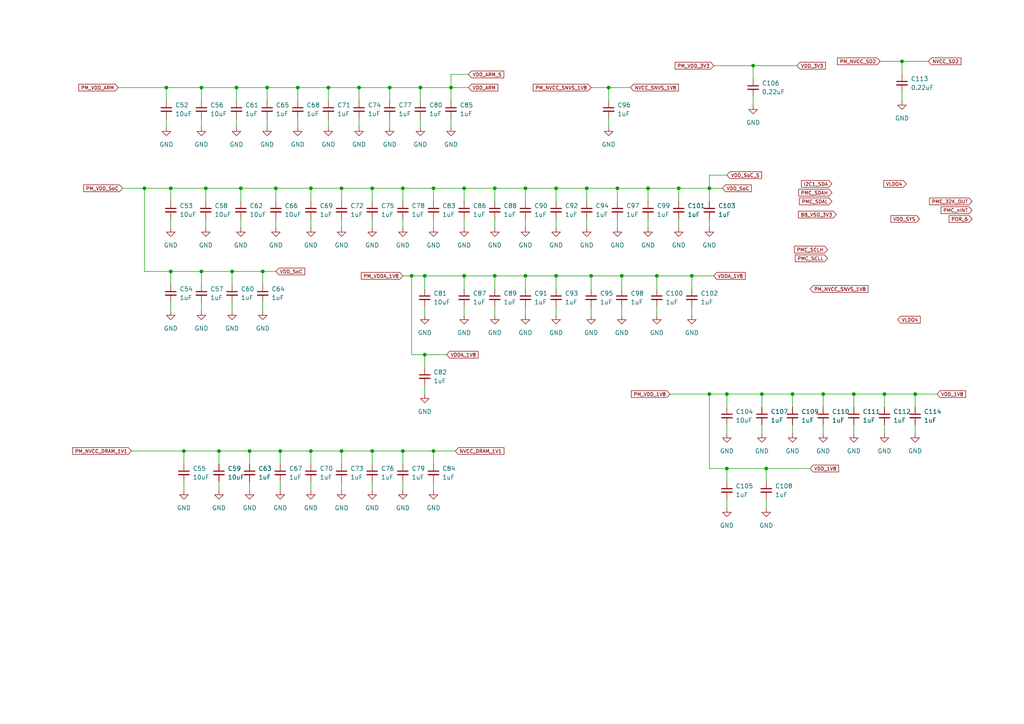
<source format=kicad_sch>
(kicad_sch (version 20231120) (generator "eeschema") (generator_version "8.0")
  (paper "A4")
  (lib_symbols
    (symbol "Device:C_Small" (pin_numbers hide) (pin_names (offset 0.254) hide)
      (property "Reference" "C" (at 0.254 1.778 0))
      (property "Value" "C_Small" (at 0.254 -2.032 0))
      (symbol "C_Small_0_1"
        (polyline (pts (xy -1.524 -0.508) (xy 1.524 -0.508)) (stroke (width 0.3302)))
        (polyline (pts (xy -1.524 0.508) (xy 1.524 0.508)) (stroke (width 0.3048)))
      )
      (symbol "C_Small_1_1"
        (pin passive line (at 0 2.54 270) (length 2.032) (name "~") (number "1"))
        (pin passive line (at 0 -2.54 90) (length 2.032) (name "~") (number "2"))
      )
    )
    (symbol "power:GND" (power) (pin_names (offset 0))
      (property "Value" "GND" (at 0 -3.81 0))
      (symbol "GND_0_1"
        (polyline (pts (xy 0 0) (xy 0 -1.27) (xy 1.27 -1.27) (xy 0 -2.54) (xy -1.27 -1.27) (xy 0 -1.27)))
      )
      (symbol "GND_1_1"
        (pin power_in line (at 0 0 270) (length 0) hide (name "GND") (number "1"))
      )
    )
  )
  (junction (at 81.28 130.81))
  (junction (at 113.03 25.4))
  (junction (at 180.34 80.01))
  (junction (at 220.98 114.3))
  (junction (at 152.4 80.01))
  (junction (at 116.84 54.61))
  (junction (at 104.14 25.4))
  (junction (at 41.91 54.61))
  (junction (at 143.51 54.61))
  (junction (at 116.84 130.81))
  (junction (at 53.34 130.81))
  (junction (at 123.19 80.01))
  (junction (at 176.53 25.4))
  (junction (at 58.42 25.4))
  (junction (at 69.85 54.61))
  (junction (at 171.45 80.01))
  (junction (at 187.96 54.61))
  (junction (at 59.69 54.61))
  (junction (at 95.25 25.4))
  (junction (at 121.92 25.4))
  (junction (at 210.82 135.89))
  (junction (at 196.85 54.61))
  (junction (at 99.06 54.61))
  (junction (at 229.87 114.3))
  (junction (at 80.01 54.61))
  (junction (at 90.17 54.61))
  (junction (at 143.51 80.01))
  (junction (at 125.73 130.81))
  (junction (at 90.17 130.81))
  (junction (at 190.5 80.01))
  (junction (at 170.18 54.61))
  (junction (at 48.26 25.4))
  (junction (at 256.54 114.3))
  (junction (at 210.82 114.3))
  (junction (at 134.62 80.01))
  (junction (at 107.95 130.81))
  (junction (at 125.73 54.61))
  (junction (at 49.53 78.74))
  (junction (at 238.76 114.3))
  (junction (at 218.44 19.05))
  (junction (at 161.29 54.61))
  (junction (at 247.65 114.3))
  (junction (at 68.58 25.4))
  (junction (at 49.53 54.61))
  (junction (at 86.36 25.4))
  (junction (at 72.39 130.81))
  (junction (at 58.42 78.74))
  (junction (at 265.43 114.3))
  (junction (at 179.07 54.61))
  (junction (at 134.62 54.61))
  (junction (at 261.62 17.78))
  (junction (at 222.25 135.89))
  (junction (at 205.74 114.3))
  (junction (at 205.74 54.61))
  (junction (at 77.47 25.4))
  (junction (at 119.38 80.01))
  (junction (at 99.06 130.81))
  (junction (at 107.95 54.61))
  (junction (at 161.29 80.01))
  (junction (at 130.81 25.4))
  (junction (at 63.5 130.81))
  (junction (at 67.31 78.74))
  (junction (at 152.4 54.61))
  (junction (at 123.19 102.87))
  (junction (at 200.66 80.01))
  (junction (at 76.2 78.74))
  (wire (pts (xy 205.74 63.5) (xy 205.74 66.04)))
  (wire (pts (xy 220.98 123.19) (xy 220.98 125.73)))
  (wire (pts (xy 238.76 114.3) (xy 247.65 114.3)))
  (wire (pts (xy 152.4 54.61) (xy 152.4 58.42)))
  (wire (pts (xy 143.51 80.01) (xy 143.51 83.82)))
  (wire (pts (xy 222.25 135.89) (xy 222.25 139.7)))
  (wire (pts (xy 161.29 88.9) (xy 161.29 91.44)))
  (wire (pts (xy 220.98 114.3) (xy 220.98 118.11)))
  (wire (pts (xy 222.25 144.78) (xy 222.25 147.32)))
  (wire (pts (xy 205.74 50.8) (xy 205.74 54.61)))
  (wire (pts (xy 180.34 80.01) (xy 190.5 80.01)))
  (wire (pts (xy 68.58 25.4) (xy 58.42 25.4)))
  (wire (pts (xy 72.39 130.81) (xy 63.5 130.81)))
  (wire (pts (xy 116.84 54.61) (xy 107.95 54.61)))
  (wire (pts (xy 116.84 139.7) (xy 116.84 142.24)))
  (wire (pts (xy 119.38 80.01) (xy 119.38 102.87)))
  (wire (pts (xy 68.58 34.29) (xy 68.58 36.83)))
  (wire (pts (xy 125.73 63.5) (xy 125.73 66.04)))
  (wire (pts (xy 63.5 130.81) (xy 63.5 134.62)))
  (wire (pts (xy 179.07 63.5) (xy 179.07 66.04)))
  (wire (pts (xy 238.76 114.3) (xy 238.76 118.11)))
  (wire (pts (xy 143.51 88.9) (xy 143.51 91.44)))
  (wire (pts (xy 170.18 54.61) (xy 170.18 58.42)))
  (wire (pts (xy 187.96 54.61) (xy 187.96 58.42)))
  (wire (pts (xy 265.43 123.19) (xy 265.43 125.73)))
  (wire (pts (xy 210.82 123.19) (xy 210.82 125.73)))
  (wire (pts (xy 256.54 114.3) (xy 265.43 114.3)))
  (wire (pts (xy 130.81 34.29) (xy 130.81 36.83)))
  (wire (pts (xy 161.29 63.5) (xy 161.29 66.04)))
  (wire (pts (xy 220.98 114.3) (xy 229.87 114.3)))
  (wire (pts (xy 143.51 54.61) (xy 143.51 58.42)))
  (wire (pts (xy 99.06 139.7) (xy 99.06 142.24)))
  (wire (pts (xy 90.17 63.5) (xy 90.17 66.04)))
  (wire (pts (xy 152.4 80.01) (xy 152.4 83.82)))
  (wire (pts (xy 176.53 34.29) (xy 176.53 36.83)))
  (wire (pts (xy 107.95 54.61) (xy 99.06 54.61)))
  (wire (pts (xy 152.4 88.9) (xy 152.4 91.44)))
  (wire (pts (xy 205.74 50.8) (xy 210.82 50.8)))
  (wire (pts (xy 238.76 123.19) (xy 238.76 125.73)))
  (wire (pts (xy 229.87 123.19) (xy 229.87 125.73)))
  (wire (pts (xy 125.73 130.81) (xy 125.73 134.62)))
  (wire (pts (xy 176.53 25.4) (xy 182.88 25.4)))
  (wire (pts (xy 107.95 63.5) (xy 107.95 66.04)))
  (wire (pts (xy 205.74 54.61) (xy 205.74 58.42)))
  (wire (pts (xy 90.17 139.7) (xy 90.17 142.24)))
  (wire (pts (xy 104.14 25.4) (xy 104.14 29.21)))
  (wire (pts (xy 130.81 25.4) (xy 135.89 25.4)))
  (wire (pts (xy 222.25 135.89) (xy 234.95 135.89)))
  (wire (pts (xy 247.65 114.3) (xy 256.54 114.3)))
  (wire (pts (xy 207.01 19.05) (xy 218.44 19.05)))
  (wire (pts (xy 81.28 130.81) (xy 72.39 130.81)))
  (wire (pts (xy 67.31 87.63) (xy 67.31 90.17)))
  (wire (pts (xy 161.29 54.61) (xy 152.4 54.61)))
  (wire (pts (xy 113.03 34.29) (xy 113.03 36.83)))
  (wire (pts (xy 196.85 54.61) (xy 196.85 58.42)))
  (wire (pts (xy 130.81 25.4) (xy 121.92 25.4)))
  (wire (pts (xy 121.92 25.4) (xy 121.92 29.21)))
  (wire (pts (xy 134.62 88.9) (xy 134.62 91.44)))
  (wire (pts (xy 125.73 54.61) (xy 116.84 54.61)))
  (wire (pts (xy 72.39 130.81) (xy 72.39 134.62)))
  (wire (pts (xy 99.06 54.61) (xy 90.17 54.61)))
  (wire (pts (xy 255.27 17.78) (xy 261.62 17.78)))
  (wire (pts (xy 69.85 54.61) (xy 69.85 58.42)))
  (wire (pts (xy 200.66 80.01) (xy 207.01 80.01)))
  (wire (pts (xy 58.42 87.63) (xy 58.42 90.17)))
  (wire (pts (xy 205.74 114.3) (xy 205.74 135.89)))
  (wire (pts (xy 125.73 54.61) (xy 125.73 58.42)))
  (wire (pts (xy 116.84 80.01) (xy 119.38 80.01)))
  (wire (pts (xy 116.84 130.81) (xy 107.95 130.81)))
  (wire (pts (xy 125.73 139.7) (xy 125.73 142.24)))
  (wire (pts (xy 53.34 130.81) (xy 53.34 134.62)))
  (wire (pts (xy 58.42 78.74) (xy 49.53 78.74)))
  (wire (pts (xy 38.1 130.81) (xy 53.34 130.81)))
  (wire (pts (xy 265.43 114.3) (xy 265.43 118.11)))
  (wire (pts (xy 59.69 63.5) (xy 59.69 66.04)))
  (wire (pts (xy 256.54 114.3) (xy 256.54 118.11)))
  (wire (pts (xy 76.2 78.74) (xy 80.01 78.74)))
  (wire (pts (xy 69.85 63.5) (xy 69.85 66.04)))
  (wire (pts (xy 205.74 114.3) (xy 210.82 114.3)))
  (wire (pts (xy 99.06 130.81) (xy 99.06 134.62)))
  (wire (pts (xy 170.18 63.5) (xy 170.18 66.04)))
  (wire (pts (xy 35.56 54.61) (xy 41.91 54.61)))
  (wire (pts (xy 104.14 34.29) (xy 104.14 36.83)))
  (wire (pts (xy 80.01 63.5) (xy 80.01 66.04)))
  (wire (pts (xy 107.95 139.7) (xy 107.95 142.24)))
  (wire (pts (xy 143.51 80.01) (xy 152.4 80.01)))
  (wire (pts (xy 205.74 54.61) (xy 209.55 54.61)))
  (wire (pts (xy 143.51 63.5) (xy 143.51 66.04)))
  (wire (pts (xy 76.2 78.74) (xy 76.2 82.55)))
  (wire (pts (xy 171.45 80.01) (xy 180.34 80.01)))
  (wire (pts (xy 187.96 54.61) (xy 179.07 54.61)))
  (wire (pts (xy 99.06 130.81) (xy 90.17 130.81)))
  (wire (pts (xy 218.44 19.05) (xy 218.44 22.86)))
  (wire (pts (xy 116.84 130.81) (xy 116.84 134.62)))
  (wire (pts (xy 86.36 25.4) (xy 86.36 29.21)))
  (wire (pts (xy 210.82 135.89) (xy 222.25 135.89)))
  (wire (pts (xy 58.42 25.4) (xy 58.42 29.21)))
  (wire (pts (xy 99.06 54.61) (xy 99.06 58.42)))
  (wire (pts (xy 205.74 54.61) (xy 196.85 54.61)))
  (wire (pts (xy 116.84 63.5) (xy 116.84 66.04)))
  (wire (pts (xy 152.4 80.01) (xy 161.29 80.01)))
  (wire (pts (xy 68.58 25.4) (xy 68.58 29.21)))
  (wire (pts (xy 130.81 25.4) (xy 130.81 29.21)))
  (wire (pts (xy 76.2 87.63) (xy 76.2 90.17)))
  (wire (pts (xy 194.31 114.3) (xy 205.74 114.3)))
  (wire (pts (xy 196.85 54.61) (xy 187.96 54.61)))
  (wire (pts (xy 116.84 54.61) (xy 116.84 58.42)))
  (wire (pts (xy 119.38 102.87) (xy 123.19 102.87)))
  (wire (pts (xy 265.43 114.3) (xy 271.78 114.3)))
  (wire (pts (xy 218.44 19.05) (xy 231.14 19.05)))
  (wire (pts (xy 261.62 17.78) (xy 269.24 17.78)))
  (wire (pts (xy 261.62 17.78) (xy 261.62 21.59)))
  (wire (pts (xy 119.38 80.01) (xy 123.19 80.01)))
  (wire (pts (xy 67.31 78.74) (xy 67.31 82.55)))
  (wire (pts (xy 200.66 80.01) (xy 200.66 83.82)))
  (wire (pts (xy 77.47 25.4) (xy 68.58 25.4)))
  (wire (pts (xy 210.82 114.3) (xy 220.98 114.3)))
  (wire (pts (xy 77.47 25.4) (xy 77.47 29.21)))
  (wire (pts (xy 90.17 54.61) (xy 90.17 58.42)))
  (wire (pts (xy 113.03 25.4) (xy 104.14 25.4)))
  (wire (pts (xy 190.5 80.01) (xy 190.5 83.82)))
  (wire (pts (xy 59.69 54.61) (xy 49.53 54.61)))
  (wire (pts (xy 90.17 130.81) (xy 81.28 130.81)))
  (wire (pts (xy 107.95 130.81) (xy 99.06 130.81)))
  (wire (pts (xy 161.29 54.61) (xy 161.29 58.42)))
  (wire (pts (xy 210.82 135.89) (xy 210.82 139.7)))
  (wire (pts (xy 53.34 139.7) (xy 53.34 142.24)))
  (wire (pts (xy 59.69 54.61) (xy 59.69 58.42)))
  (wire (pts (xy 58.42 25.4) (xy 48.26 25.4)))
  (wire (pts (xy 41.91 78.74) (xy 41.91 54.61)))
  (wire (pts (xy 81.28 130.81) (xy 81.28 134.62)))
  (wire (pts (xy 58.42 34.29) (xy 58.42 36.83)))
  (wire (pts (xy 107.95 54.61) (xy 107.95 58.42)))
  (wire (pts (xy 95.25 25.4) (xy 86.36 25.4)))
  (wire (pts (xy 187.96 63.5) (xy 187.96 66.04)))
  (wire (pts (xy 49.53 78.74) (xy 49.53 82.55)))
  (wire (pts (xy 69.85 54.61) (xy 59.69 54.61)))
  (wire (pts (xy 80.01 54.61) (xy 80.01 58.42)))
  (wire (pts (xy 134.62 63.5) (xy 134.62 66.04)))
  (wire (pts (xy 130.81 21.59) (xy 130.81 25.4)))
  (wire (pts (xy 123.19 102.87) (xy 129.54 102.87)))
  (wire (pts (xy 125.73 130.81) (xy 116.84 130.81)))
  (wire (pts (xy 48.26 34.29) (xy 48.26 36.83)))
  (wire (pts (xy 134.62 54.61) (xy 134.62 58.42)))
  (wire (pts (xy 34.29 25.4) (xy 48.26 25.4)))
  (wire (pts (xy 210.82 144.78) (xy 210.82 147.32)))
  (wire (pts (xy 123.19 80.01) (xy 123.19 83.82)))
  (wire (pts (xy 180.34 80.01) (xy 180.34 83.82)))
  (wire (pts (xy 152.4 54.61) (xy 143.51 54.61)))
  (wire (pts (xy 161.29 80.01) (xy 161.29 83.82)))
  (wire (pts (xy 49.53 87.63) (xy 49.53 90.17)))
  (wire (pts (xy 125.73 130.81) (xy 132.08 130.81)))
  (wire (pts (xy 229.87 114.3) (xy 238.76 114.3)))
  (wire (pts (xy 134.62 80.01) (xy 134.62 83.82)))
  (wire (pts (xy 123.19 88.9) (xy 123.19 91.44)))
  (wire (pts (xy 90.17 54.61) (xy 80.01 54.61)))
  (wire (pts (xy 123.19 102.87) (xy 123.19 106.68)))
  (wire (pts (xy 86.36 25.4) (xy 77.47 25.4)))
  (wire (pts (xy 179.07 54.61) (xy 179.07 58.42)))
  (wire (pts (xy 72.39 139.7) (xy 72.39 142.24)))
  (wire (pts (xy 121.92 34.29) (xy 121.92 36.83)))
  (wire (pts (xy 113.03 25.4) (xy 113.03 29.21)))
  (wire (pts (xy 196.85 63.5) (xy 196.85 66.04)))
  (wire (pts (xy 123.19 111.76) (xy 123.19 114.3)))
  (wire (pts (xy 190.5 88.9) (xy 190.5 91.44)))
  (wire (pts (xy 123.19 80.01) (xy 134.62 80.01)))
  (wire (pts (xy 143.51 54.61) (xy 134.62 54.61)))
  (wire (pts (xy 67.31 78.74) (xy 58.42 78.74)))
  (wire (pts (xy 130.81 21.59) (xy 135.89 21.59)))
  (wire (pts (xy 210.82 114.3) (xy 210.82 118.11)))
  (wire (pts (xy 76.2 78.74) (xy 67.31 78.74)))
  (wire (pts (xy 190.5 80.01) (xy 200.66 80.01)))
  (wire (pts (xy 49.53 78.74) (xy 41.91 78.74)))
  (wire (pts (xy 77.47 34.29) (xy 77.47 36.83)))
  (wire (pts (xy 107.95 130.81) (xy 107.95 134.62)))
  (wire (pts (xy 81.28 139.7) (xy 81.28 142.24)))
  (wire (pts (xy 205.74 135.89) (xy 210.82 135.89)))
  (wire (pts (xy 49.53 63.5) (xy 49.53 66.04)))
  (wire (pts (xy 41.91 54.61) (xy 49.53 54.61)))
  (wire (pts (xy 104.14 25.4) (xy 95.25 25.4)))
  (wire (pts (xy 63.5 139.7) (xy 63.5 142.24)))
  (wire (pts (xy 80.01 54.61) (xy 69.85 54.61)))
  (wire (pts (xy 180.34 88.9) (xy 180.34 91.44)))
  (wire (pts (xy 95.25 34.29) (xy 95.25 36.83)))
  (wire (pts (xy 170.18 54.61) (xy 161.29 54.61)))
  (wire (pts (xy 152.4 63.5) (xy 152.4 66.04)))
  (wire (pts (xy 179.07 54.61) (xy 170.18 54.61)))
  (wire (pts (xy 171.45 80.01) (xy 171.45 83.82)))
  (wire (pts (xy 90.17 130.81) (xy 90.17 134.62)))
  (wire (pts (xy 49.53 54.61) (xy 49.53 58.42)))
  (wire (pts (xy 171.45 25.4) (xy 176.53 25.4)))
  (wire (pts (xy 261.62 26.67) (xy 261.62 29.21)))
  (wire (pts (xy 247.65 123.19) (xy 247.65 125.73)))
  (wire (pts (xy 256.54 123.19) (xy 256.54 125.73)))
  (wire (pts (xy 161.29 80.01) (xy 171.45 80.01)))
  (wire (pts (xy 121.92 25.4) (xy 113.03 25.4)))
  (wire (pts (xy 86.36 34.29) (xy 86.36 36.83)))
  (wire (pts (xy 218.44 27.94) (xy 218.44 30.48)))
  (wire (pts (xy 48.26 25.4) (xy 48.26 29.21)))
  (wire (pts (xy 171.45 88.9) (xy 171.45 91.44)))
  (wire (pts (xy 229.87 114.3) (xy 229.87 118.11)))
  (wire (pts (xy 176.53 25.4) (xy 176.53 29.21)))
  (wire (pts (xy 247.65 114.3) (xy 247.65 118.11)))
  (wire (pts (xy 99.06 63.5) (xy 99.06 66.04)))
  (wire (pts (xy 200.66 88.9) (xy 200.66 91.44)))
  (wire (pts (xy 58.42 78.74) (xy 58.42 82.55)))
  (wire (pts (xy 134.62 80.01) (xy 143.51 80.01)))
  (wire (pts (xy 134.62 54.61) (xy 125.73 54.61)))
  (wire (pts (xy 63.5 130.81) (xy 53.34 130.81)))
  (wire (pts (xy 95.25 25.4) (xy 95.25 29.21)))
  (global_label "BB_VSD_3V3" (shape input) (at 242.57 62.23 180) (effects (font (size 1 1))) (property "Intersheetrefs" "${INTERSHEET_REFS}" (effects (hide yes))))
  (global_label "PM_NVCC_DRAM_1V1" (shape input) (at 38.1 130.81 180) (effects (font (size 1 1))) (property "Intersheetrefs" "${INTERSHEET_REFS}" (effects (hide yes))))
  (global_label "I2C1_SDA" (shape input) (at 241.3 53.34 180) (effects (font (size 1 1))) (property "Intersheetrefs" "${INTERSHEET_REFS}" (effects (hide yes))))
  (global_label "VLDO4" (shape input) (at 262.89 53.34 180) (effects (font (size 1 1))) (property "Intersheetrefs" "${INTERSHEET_REFS}" (effects (hide yes))))
  (global_label "VDD_SoC" (shape input) (at 209.55 54.61 0) (effects (font (size 1 1))) (property "Intersheetrefs" "${INTERSHEET_REFS}" (effects (hide yes))))
  (global_label "VDD_3V3" (shape input) (at 231.14 19.05 0) (effects (font (size 1 1))) (property "Intersheetrefs" "${INTERSHEET_REFS}" (effects (hide yes))))
  (global_label "PMC_SCLH" (shape input) (at 240.03 72.39 180) (effects (font (size 1 1))) (property "Intersheetrefs" "${INTERSHEET_REFS}" (effects (hide yes))))
  (global_label "PMC_SCLL" (shape input) (at 240.03 74.93 180) (effects (font (size 1 1))) (property "Intersheetrefs" "${INTERSHEET_REFS}" (effects (hide yes))))
  (global_label "VDD_1V8" (shape input) (at 271.78 114.3 0) (effects (font (size 1 1))) (property "Intersheetrefs" "${INTERSHEET_REFS}" (effects (hide yes))))
  (global_label "VDD_ARM_S" (shape input) (at 135.89 21.59 0) (effects (font (size 1 1))) (property "Intersheetrefs" "${INTERSHEET_REFS}" (effects (hide yes))))
  (global_label "NVCC_SD2" (shape input) (at 269.24 17.78 0) (effects (font (size 1 1))) (property "Intersheetrefs" "${INTERSHEET_REFS}" (effects (hide yes))))
  (global_label "VDD_SoC_S" (shape input) (at 210.82 50.8 0) (effects (font (size 1 1))) (property "Intersheetrefs" "${INTERSHEET_REFS}" (effects (hide yes))))
  (global_label "PM_VDD_SoC" (shape input) (at 35.56 54.61 180) (effects (font (size 1 1))) (property "Intersheetrefs" "${INTERSHEET_REFS}" (effects (hide yes))))
  (global_label "PMC_SDAH" (shape input) (at 241.3 55.88 180) (effects (font (size 1 1))) (property "Intersheetrefs" "${INTERSHEET_REFS}" (effects (hide yes))))
  (global_label "VDD_ARM" (shape input) (at 135.89 25.4 0) (effects (font (size 1 1))) (property "Intersheetrefs" "${INTERSHEET_REFS}" (effects (hide yes))))
  (global_label "POR_6" (shape input) (at 281.94 63.5 180) (effects (font (size 1 1))) (property "Intersheetrefs" "${INTERSHEET_REFS}" (effects (hide yes))))
  (global_label "VDDA_1V8" (shape input) (at 207.01 80.01 0) (effects (font (size 1 1))) (property "Intersheetrefs" "${INTERSHEET_REFS}" (effects (hide yes))))
  (global_label "VDD_1V8" (shape input) (at 234.95 135.89 0) (effects (font (size 1 1))) (property "Intersheetrefs" "${INTERSHEET_REFS}" (effects (hide yes))))
  (global_label "PM_VDD_ARM" (shape input) (at 34.29 25.4 180) (effects (font (size 1 1))) (property "Intersheetrefs" "${INTERSHEET_REFS}" (effects (hide yes))))
  (global_label "NVCC_DRAM_1V1" (shape input) (at 132.08 130.81 0) (effects (font (size 1 1))) (property "Intersheetrefs" "${INTERSHEET_REFS}" (effects (hide yes))))
  (global_label "PMC_32K_OUT" (shape input) (at 281.94 58.42 180) (effects (font (size 1 1))) (property "Intersheetrefs" "${INTERSHEET_REFS}" (effects (hide yes))))
  (global_label "PMC_SDAL" (shape input) (at 241.3 58.42 180) (effects (font (size 1 1))) (property "Intersheetrefs" "${INTERSHEET_REFS}" (effects (hide yes))))
  (global_label "PM_VDD_1V8" (shape input) (at 194.31 114.3 180) (effects (font (size 1 1))) (property "Intersheetrefs" "${INTERSHEET_REFS}" (effects (hide yes))))
  (global_label "PM_NVCC_SD2" (shape input) (at 255.27 17.78 180) (effects (font (size 1 1))) (property "Intersheetrefs" "${INTERSHEET_REFS}" (effects (hide yes))))
  (global_label "VDD_SoC" (shape input) (at 80.01 78.74 0) (effects (font (size 1 1))) (property "Intersheetrefs" "${INTERSHEET_REFS}" (effects (hide yes))))
  (global_label "PM_VDDA_1V8" (shape input) (at 116.84 80.01 180) (effects (font (size 1 1))) (property "Intersheetrefs" "${INTERSHEET_REFS}" (effects (hide yes))))
  (global_label "PMC_nINT" (shape input) (at 281.94 60.96 180) (effects (font (size 1 1))) (property "Intersheetrefs" "${INTERSHEET_REFS}" (effects (hide yes))))
  (global_label "PM_NVCC_SNVS_1V8" (shape input) (at 234.95 83.82 0) (effects (font (size 1 1))) (property "Intersheetrefs" "${INTERSHEET_REFS}" (effects (hide yes))))
  (global_label "PM_NVCC_SNVS_1V8" (shape input) (at 171.45 25.4 180) (effects (font (size 1 1))) (property "Intersheetrefs" "${INTERSHEET_REFS}" (effects (hide yes))))
  (global_label "VDD_SYS" (shape input) (at 266.7 63.5 180) (effects (font (size 1 1))) (property "Intersheetrefs" "${INTERSHEET_REFS}" (effects (hide yes))))
  (global_label "NVCC_SNVS_1V8" (shape input) (at 182.88 25.4 0) (effects (font (size 1 1))) (property "Intersheetrefs" "${INTERSHEET_REFS}" (effects (hide yes))))
  (global_label "VLDO4" (shape input) (at 260.35 92.71 0) (effects (font (size 1 1))) (property "Intersheetrefs" "${INTERSHEET_REFS}" (effects (hide yes))))
  (global_label "PM_VDD_3V3" (shape input) (at 207.01 19.05 180) (effects (font (size 1 1))) (property "Intersheetrefs" "${INTERSHEET_REFS}" (effects (hide yes))))
  (global_label "VDDA_1V8" (shape input) (at 129.54 102.87 0) (effects (font (size 1 1))) (property "Intersheetrefs" "${INTERSHEET_REFS}" (effects (hide yes))))
  (symbol (lib_id "Device:C_Small") (at 104.14 31.75 0) (mirror y) (unit 1)
    (property "Reference" "C74" (at 106.68 30.4863 0) (effects (justify right)))
    (property "Value" "1uF" (at 106.68 33.0263 0) (effects (justify right)))
    (property "Footprint" "Capacitor_SMD:C_0201_0603Metric_Pad0.64x0.40mm_HandSolder" (effects (hide yes)))
  )
  (symbol (lib_id "power:GND") (at 99.06 66.04 0) (unit 1)
    (property "Reference" "#PWR81" (effects (hide yes)))
    (property "Value" "GND" (at 99.06 71.12 0))
  )
  (symbol (lib_id "power:GND") (at 104.14 36.83 0) (unit 1)
    (property "Reference" "#PWR83" (effects (hide yes)))
    (property "Value" "GND" (at 104.14 41.91 0))
  )
  (symbol (lib_id "Device:C_Small") (at 190.5 86.36 0) (mirror y) (unit 1)
    (property "Reference" "C100" (at 193.04 85.0963 0) (effects (justify right)))
    (property "Value" "1uF" (at 193.04 87.6363 0) (effects (justify right)))
    (property "Footprint" "Capacitor_SMD:C_0201_0603Metric_Pad0.64x0.40mm_HandSolder" (effects (hide yes)))
  )
  (symbol (lib_id "Device:C_Small") (at 48.26 31.75 0) (mirror y) (unit 1)
    (property "Reference" "C52" (at 50.8 30.4863 0) (effects (justify right)))
    (property "Value" "10uF" (at 50.8 33.0263 0) (effects (justify right)))
    (property "Footprint" "Capacitor_SMD:C_0402_1005Metric" (effects (hide yes)))
  )
  (symbol (lib_id "Device:C_Small") (at 107.95 60.96 0) (mirror y) (unit 1)
    (property "Reference" "C75" (at 110.49 59.6963 0) (effects (justify right)))
    (property "Value" "1uF" (at 110.49 62.2363 0) (effects (justify right)))
    (property "Footprint" "Capacitor_SMD:C_0201_0603Metric_Pad0.64x0.40mm_HandSolder" (effects (hide yes)))
  )
  (symbol (lib_id "power:GND") (at 76.2 90.17 0) (unit 1)
    (property "Reference" "#PWR73" (effects (hide yes)))
    (property "Value" "GND" (at 76.2 95.25 0))
  )
  (symbol (lib_id "power:GND") (at 229.87 125.73 0) (unit 1)
    (property "Reference" "#PWR118" (effects (hide yes)))
    (property "Value" "GND" (at 229.87 130.81 0))
  )
  (symbol (lib_id "Device:C_Small") (at 152.4 60.96 0) (mirror y) (unit 1)
    (property "Reference" "C90" (at 154.94 59.6963 0) (effects (justify right)))
    (property "Value" "1uF" (at 154.94 62.2363 0) (effects (justify right)))
    (property "Footprint" "Capacitor_SMD:C_0201_0603Metric_Pad0.64x0.40mm_HandSolder" (effects (hide yes)))
  )
  (symbol (lib_id "power:GND") (at 49.53 90.17 0) (unit 1)
    (property "Reference" "#PWR63" (effects (hide yes)))
    (property "Value" "GND" (at 49.53 95.25 0))
  )
  (symbol (lib_id "Device:C_Small") (at 95.25 31.75 0) (mirror y) (unit 1)
    (property "Reference" "C71" (at 97.79 30.4863 0) (effects (justify right)))
    (property "Value" "1uF" (at 97.79 33.0263 0) (effects (justify right)))
    (property "Footprint" "Capacitor_SMD:C_0201_0603Metric_Pad0.64x0.40mm_HandSolder" (effects (hide yes)))
  )
  (symbol (lib_id "Device:C_Small") (at 68.58 31.75 0) (mirror y) (unit 1)
    (property "Reference" "C61" (at 71.12 30.4863 0) (effects (justify right)))
    (property "Value" "1uF" (at 71.12 33.0263 0) (effects (justify right)))
    (property "Footprint" "Capacitor_SMD:C_0201_0603Metric_Pad0.64x0.40mm_HandSolder" (effects (hide yes)))
  )
  (symbol (lib_id "Device:C_Small") (at 180.34 86.36 0) (mirror y) (unit 1)
    (property "Reference" "C98" (at 182.88 85.0963 0) (effects (justify right)))
    (property "Value" "1uF" (at 182.88 87.6363 0) (effects (justify right)))
    (property "Footprint" "Capacitor_SMD:C_0201_0603Metric_Pad0.64x0.40mm_HandSolder" (effects (hide yes)))
  )
  (symbol (lib_id "Device:C_Small") (at 77.47 31.75 0) (mirror y) (unit 1)
    (property "Reference" "C65" (at 80.01 30.4863 0) (effects (justify right)))
    (property "Value" "1uF" (at 80.01 33.0263 0) (effects (justify right)))
    (property "Footprint" "Capacitor_SMD:C_0201_0603Metric_Pad0.64x0.40mm_HandSolder" (effects (hide yes)))
  )
  (symbol (lib_id "power:GND") (at 77.47 36.83 0) (unit 1)
    (property "Reference" "#PWR74" (effects (hide yes)))
    (property "Value" "GND" (at 77.47 41.91 0))
  )
  (symbol (lib_id "power:GND") (at 179.07 66.04 0) (unit 1)
    (property "Reference" "#PWR106" (effects (hide yes)))
    (property "Value" "GND" (at 179.07 71.12 0))
  )
  (symbol (lib_id "power:GND") (at 205.74 66.04 0) (unit 1)
    (property "Reference" "#PWR112" (effects (hide yes)))
    (property "Value" "GND" (at 205.74 71.12 0))
  )
  (symbol (lib_id "power:GND") (at 116.84 66.04 0) (unit 1)
    (property "Reference" "#PWR87" (effects (hide yes)))
    (property "Value" "GND" (at 116.84 71.12 0))
  )
  (symbol (lib_id "Device:C_Small") (at 67.31 85.09 0) (mirror y) (unit 1)
    (property "Reference" "C60" (at 69.85 83.8263 0) (effects (justify right)))
    (property "Value" "1uF" (at 69.85 86.3663 0) (effects (justify right)))
    (property "Footprint" "Capacitor_SMD:C_0201_0603Metric_Pad0.64x0.40mm_HandSolder" (effects (hide yes)))
  )
  (symbol (lib_id "Device:C_Small") (at 116.84 60.96 0) (mirror y) (unit 1)
    (property "Reference" "C78" (at 119.38 59.6963 0) (effects (justify right)))
    (property "Value" "1uF" (at 119.38 62.2363 0) (effects (justify right)))
    (property "Footprint" "Capacitor_SMD:C_0201_0603Metric_Pad0.64x0.40mm_HandSolder" (effects (hide yes)))
  )
  (symbol (lib_id "Device:C_Small") (at 265.43 120.65 0) (mirror y) (unit 1)
    (property "Reference" "C114" (at 267.97 119.3863 0) (effects (justify right)))
    (property "Value" "1uF" (at 267.97 121.9263 0) (effects (justify right)))
    (property "Footprint" "Capacitor_SMD:C_0201_0603Metric_Pad0.64x0.40mm_HandSolder" (effects (hide yes)))
  )
  (symbol (lib_id "Device:C_Small") (at 58.42 85.09 0) (mirror y) (unit 1)
    (property "Reference" "C57" (at 60.96 83.8263 0) (effects (justify right)))
    (property "Value" "1uF" (at 60.96 86.3663 0) (effects (justify right)))
    (property "Footprint" "Capacitor_SMD:C_0201_0603Metric_Pad0.64x0.40mm_HandSolder" (effects (hide yes)))
  )
  (symbol (lib_id "power:GND") (at 170.18 66.04 0) (unit 1)
    (property "Reference" "#PWR103" (effects (hide yes)))
    (property "Value" "GND" (at 170.18 71.12 0))
  )
  (symbol (lib_id "power:GND") (at 86.36 36.83 0) (unit 1)
    (property "Reference" "#PWR77" (effects (hide yes)))
    (property "Value" "GND" (at 86.36 41.91 0))
  )
  (symbol (lib_id "Device:C_Small") (at 116.84 137.16 0) (mirror y) (unit 1)
    (property "Reference" "C79" (at 119.38 135.8963 0) (effects (justify right)))
    (property "Value" "1uF" (at 119.38 138.4363 0) (effects (justify right)))
    (property "Footprint" "Capacitor_SMD:C_0201_0603Metric_Pad0.64x0.40mm_HandSolder" (effects (hide yes)))
  )
  (symbol (lib_id "power:GND") (at 218.44 30.48 0) (unit 1)
    (property "Reference" "#PWR115" (effects (hide yes)))
    (property "Value" "GND" (at 218.44 35.56 0))
  )
  (symbol (lib_id "Device:C_Small") (at 99.06 137.16 0) (mirror y) (unit 1)
    (property "Reference" "C73" (at 101.6 135.8963 0) (effects (justify right)))
    (property "Value" "1uF" (at 101.6 138.4363 0) (effects (justify right)))
    (property "Footprint" "Capacitor_SMD:C_0201_0603Metric_Pad0.64x0.40mm_HandSolder" (effects (hide yes)))
  )
  (symbol (lib_id "power:GND") (at 107.95 66.04 0) (unit 1)
    (property "Reference" "#PWR84" (effects (hide yes)))
    (property "Value" "GND" (at 107.95 71.12 0))
  )
  (symbol (lib_id "power:GND") (at 200.66 91.44 0) (unit 1)
    (property "Reference" "#PWR111" (effects (hide yes)))
    (property "Value" "GND" (at 200.66 96.52 0))
  )
  (symbol (lib_id "Device:C_Small") (at 113.03 31.75 0) (mirror y) (unit 1)
    (property "Reference" "C77" (at 115.57 30.4863 0) (effects (justify right)))
    (property "Value" "1uF" (at 115.57 33.0263 0) (effects (justify right)))
    (property "Footprint" "Capacitor_SMD:C_0201_0603Metric_Pad0.64x0.40mm_HandSolder" (effects (hide yes)))
  )
  (symbol (lib_id "power:GND") (at 59.69 66.04 0) (unit 1)
    (property "Reference" "#PWR67" (effects (hide yes)))
    (property "Value" "GND" (at 59.69 71.12 0))
  )
  (symbol (lib_id "power:GND") (at 58.42 36.83 0) (unit 1)
    (property "Reference" "#PWR65" (effects (hide yes)))
    (property "Value" "GND" (at 58.42 41.91 0))
  )
  (symbol (lib_id "power:GND") (at 220.98 125.73 0) (unit 1)
    (property "Reference" "#PWR116" (effects (hide yes)))
    (property "Value" "GND" (at 220.98 130.81 0))
  )
  (symbol (lib_id "power:GND") (at 123.19 91.44 0) (unit 1)
    (property "Reference" "#PWR90" (effects (hide yes)))
    (property "Value" "GND" (at 123.19 96.52 0))
  )
  (symbol (lib_id "power:GND") (at 176.53 36.83 0) (unit 1)
    (property "Reference" "#PWR105" (effects (hide yes)))
    (property "Value" "GND" (at 176.53 41.91 0))
  )
  (symbol (lib_id "power:GND") (at 63.5 142.24 0) (unit 1)
    (property "Reference" "#PWR68" (effects (hide yes)))
    (property "Value" "GND" (at 63.5 147.32 0))
  )
  (symbol (lib_id "Device:C_Small") (at 123.19 86.36 0) (mirror y) (unit 1)
    (property "Reference" "C81" (at 125.73 85.0963 0) (effects (justify right)))
    (property "Value" "10uF" (at 125.73 87.6363 0) (effects (justify right)))
    (property "Footprint" "Capacitor_SMD:C_0402_1005Metric" (effects (hide yes)))
  )
  (symbol (lib_id "power:GND") (at 247.65 125.73 0) (unit 1)
    (property "Reference" "#PWR120" (effects (hide yes)))
    (property "Value" "GND" (at 247.65 130.81 0))
  )
  (symbol (lib_id "Device:C_Small") (at 121.92 31.75 0) (mirror y) (unit 1)
    (property "Reference" "C80" (at 124.46 30.4863 0) (effects (justify right)))
    (property "Value" "1uF" (at 124.46 33.0263 0) (effects (justify right)))
    (property "Footprint" "Capacitor_SMD:C_0201_0603Metric_Pad0.64x0.40mm_HandSolder" (effects (hide yes)))
  )
  (symbol (lib_id "Device:C_Small") (at 90.17 137.16 0) (mirror y) (unit 1)
    (property "Reference" "C70" (at 92.71 135.8963 0) (effects (justify right)))
    (property "Value" "1uF" (at 92.71 138.4363 0) (effects (justify right)))
    (property "Footprint" "Capacitor_SMD:C_0201_0603Metric_Pad0.64x0.40mm_HandSolder" (effects (hide yes)))
  )
  (symbol (lib_id "power:GND") (at 134.62 91.44 0) (unit 1)
    (property "Reference" "#PWR96" (effects (hide yes)))
    (property "Value" "GND" (at 134.62 96.52 0))
  )
  (symbol (lib_id "power:GND") (at 68.58 36.83 0) (unit 1)
    (property "Reference" "#PWR70" (effects (hide yes)))
    (property "Value" "GND" (at 68.58 41.91 0))
  )
  (symbol (lib_id "power:GND") (at 143.51 91.44 0) (unit 1)
    (property "Reference" "#PWR98" (effects (hide yes)))
    (property "Value" "GND" (at 143.51 96.52 0))
  )
  (symbol (lib_id "Device:C_Small") (at 152.4 86.36 0) (mirror y) (unit 1)
    (property "Reference" "C91" (at 154.94 85.0963 0) (effects (justify right)))
    (property "Value" "1uF" (at 154.94 87.6363 0) (effects (justify right)))
    (property "Footprint" "Capacitor_SMD:C_0201_0603Metric_Pad0.64x0.40mm_HandSolder" (effects (hide yes)))
  )
  (symbol (lib_id "power:GND") (at 99.06 142.24 0) (unit 1)
    (property "Reference" "#PWR82" (effects (hide yes)))
    (property "Value" "GND" (at 99.06 147.32 0))
  )
  (symbol (lib_id "power:GND") (at 48.26 36.83 0) (unit 1)
    (property "Reference" "#PWR61" (effects (hide yes)))
    (property "Value" "GND" (at 48.26 41.91 0))
  )
  (symbol (lib_id "Device:C_Small") (at 220.98 120.65 0) (mirror y) (unit 1)
    (property "Reference" "C107" (at 223.52 119.3863 0) (effects (justify right)))
    (property "Value" "1uF" (at 223.52 121.9263 0) (effects (justify right)))
    (property "Footprint" "Capacitor_SMD:C_0201_0603Metric_Pad0.64x0.40mm_HandSolder" (effects (hide yes)))
  )
  (symbol (lib_id "Device:C_Small") (at 161.29 60.96 0) (mirror y) (unit 1)
    (property "Reference" "C92" (at 163.83 59.6963 0) (effects (justify right)))
    (property "Value" "1uF" (at 163.83 62.2363 0) (effects (justify right)))
    (property "Footprint" "Capacitor_SMD:C_0201_0603Metric_Pad0.64x0.40mm_HandSolder" (effects (hide yes)))
  )
  (symbol (lib_id "Device:C_Small") (at 99.06 60.96 0) (mirror y) (unit 1)
    (property "Reference" "C72" (at 101.6 59.6963 0) (effects (justify right)))
    (property "Value" "1uF" (at 101.6 62.2363 0) (effects (justify right)))
    (property "Footprint" "Capacitor_SMD:C_0201_0603Metric_Pad0.64x0.40mm_HandSolder" (effects (hide yes)))
  )
  (symbol (lib_id "Device:C_Small") (at 49.53 60.96 0) (mirror y) (unit 1)
    (property "Reference" "C53" (at 52.07 59.6963 0) (effects (justify right)))
    (property "Value" "10uF" (at 52.07 62.2363 0) (effects (justify right)))
    (property "Footprint" "Capacitor_SMD:C_0402_1005Metric" (effects (hide yes)))
  )
  (symbol (lib_id "Device:C_Small") (at 59.69 60.96 0) (mirror y) (unit 1)
    (property "Reference" "C58" (at 62.23 59.6963 0) (effects (justify right)))
    (property "Value" "10uF" (at 62.23 62.2363 0) (effects (justify right)))
    (property "Footprint" "Capacitor_SMD:C_0402_1005Metric" (effects (hide yes)))
  )
  (symbol (lib_id "power:GND") (at 72.39 142.24 0) (unit 1)
    (property "Reference" "#PWR72" (effects (hide yes)))
    (property "Value" "GND" (at 72.39 147.32 0))
  )
  (symbol (lib_id "Device:C_Small") (at 179.07 60.96 0) (mirror y) (unit 1)
    (property "Reference" "C97" (at 181.61 59.6963 0) (effects (justify right)))
    (property "Value" "1uF" (at 181.61 62.2363 0) (effects (justify right)))
    (property "Footprint" "Capacitor_SMD:C_0201_0603Metric_Pad0.64x0.40mm_HandSolder" (effects (hide yes)))
  )
  (symbol (lib_id "Device:C_Small") (at 49.53 85.09 0) (mirror y) (unit 1)
    (property "Reference" "C54" (at 52.07 83.8263 0) (effects (justify right)))
    (property "Value" "1uF" (at 52.07 86.3663 0) (effects (justify right)))
    (property "Footprint" "Capacitor_SMD:C_0201_0603Metric_Pad0.64x0.40mm_HandSolder" (effects (hide yes)))
  )
  (symbol (lib_id "power:GND") (at 130.81 36.83 0) (unit 1)
    (property "Reference" "#PWR94" (effects (hide yes)))
    (property "Value" "GND" (at 130.81 41.91 0))
  )
  (symbol (lib_id "power:GND") (at 180.34 91.44 0) (unit 1)
    (property "Reference" "#PWR107" (effects (hide yes)))
    (property "Value" "GND" (at 180.34 96.52 0))
  )
  (symbol (lib_id "power:GND") (at 261.62 29.21 0) (unit 1)
    (property "Reference" "#PWR122" (effects (hide yes)))
    (property "Value" "GND" (at 261.62 34.29 0))
  )
  (symbol (lib_id "Device:C_Small") (at 218.44 25.4 0) (mirror y) (unit 1)
    (property "Reference" "C106" (at 220.98 24.1363 0) (effects (justify right)))
    (property "Value" "0.22uF" (at 220.98 26.6763 0) (effects (justify right)))
    (property "Footprint" "Capacitor_SMD:C_0201_0603Metric_Pad0.64x0.40mm_HandSolder" (effects (hide yes)))
  )
  (symbol (lib_id "power:GND") (at 90.17 66.04 0) (unit 1)
    (property "Reference" "#PWR78" (effects (hide yes)))
    (property "Value" "GND" (at 90.17 71.12 0))
  )
  (symbol (lib_id "Device:C_Small") (at 80.01 60.96 0) (mirror y) (unit 1)
    (property "Reference" "C66" (at 82.55 59.6963 0) (effects (justify right)))
    (property "Value" "10uF" (at 82.55 62.2363 0) (effects (justify right)))
    (property "Footprint" "Capacitor_SMD:C_0402_1005Metric" (effects (hide yes)))
  )
  (symbol (lib_id "Device:C_Small") (at 81.28 137.16 0) (mirror y) (unit 1)
    (property "Reference" "C67" (at 83.82 135.8963 0) (effects (justify right)))
    (property "Value" "1uF" (at 83.82 138.4363 0) (effects (justify right)))
    (property "Footprint" "Capacitor_SMD:C_0201_0603Metric_Pad0.64x0.40mm_HandSolder" (effects (hide yes)))
  )
  (symbol (lib_id "power:GND") (at 196.85 66.04 0) (unit 1)
    (property "Reference" "#PWR110" (effects (hide yes)))
    (property "Value" "GND" (at 196.85 71.12 0))
  )
  (symbol (lib_id "Device:C_Small") (at 72.39 137.16 0) (mirror y) (unit 1)
    (property "Reference" "C63" (at 74.93 135.8963 0) (effects (justify right)))
    (property "Value" "1uF" (at 74.93 138.4363 0) (effects (justify right)))
    (property "Footprint" "Capacitor_SMD:C_0201_0603Metric_Pad0.64x0.40mm_HandSolder" (effects (hide yes)))
  )
  (symbol (lib_id "Device:C_Small") (at 229.87 120.65 0) (mirror y) (unit 1)
    (property "Reference" "C109" (at 232.41 119.3863 0) (effects (justify right)))
    (property "Value" "1uF" (at 232.41 121.9263 0) (effects (justify right)))
    (property "Footprint" "Capacitor_SMD:C_0201_0603Metric_Pad0.64x0.40mm_HandSolder" (effects (hide yes)))
  )
  (symbol (lib_id "Device:C_Small") (at 187.96 60.96 0) (mirror y) (unit 1)
    (property "Reference" "C99" (at 190.5 59.6963 0) (effects (justify right)))
    (property "Value" "1uF" (at 190.5 62.2363 0) (effects (justify right)))
    (property "Footprint" "Capacitor_SMD:C_0201_0603Metric_Pad0.64x0.40mm_HandSolder" (effects (hide yes)))
  )
  (symbol (lib_id "Device:C_Small") (at 171.45 86.36 0) (mirror y) (unit 1)
    (property "Reference" "C95" (at 173.99 85.0963 0) (effects (justify right)))
    (property "Value" "1uF" (at 173.99 87.6363 0) (effects (justify right)))
    (property "Footprint" "Capacitor_SMD:C_0201_0603Metric_Pad0.64x0.40mm_HandSolder" (effects (hide yes)))
  )
  (symbol (lib_id "power:GND") (at 152.4 91.44 0) (unit 1)
    (property "Reference" "#PWR100" (effects (hide yes)))
    (property "Value" "GND" (at 152.4 96.52 0))
  )
  (symbol (lib_id "Device:C_Small") (at 134.62 86.36 0) (mirror y) (unit 1)
    (property "Reference" "C87" (at 137.16 85.0963 0) (effects (justify right)))
    (property "Value" "1uF" (at 137.16 87.6363 0) (effects (justify right)))
    (property "Footprint" "Capacitor_SMD:C_0201_0603Metric_Pad0.64x0.40mm_HandSolder" (effects (hide yes)))
  )
  (symbol (lib_id "Device:C_Small") (at 125.73 137.16 0) (mirror y) (unit 1)
    (property "Reference" "C84" (at 128.27 135.8963 0) (effects (justify right)))
    (property "Value" "1uF" (at 128.27 138.4363 0) (effects (justify right)))
    (property "Footprint" "Capacitor_SMD:C_0201_0603Metric_Pad0.64x0.40mm_HandSolder" (effects (hide yes)))
  )
  (symbol (lib_id "power:GND") (at 210.82 125.73 0) (unit 1)
    (property "Reference" "#PWR113" (effects (hide yes)))
    (property "Value" "GND" (at 210.82 130.81 0))
  )
  (symbol (lib_id "Device:C_Small") (at 176.53 31.75 0) (mirror y) (unit 1)
    (property "Reference" "C96" (at 179.07 30.4863 0) (effects (justify right)))
    (property "Value" "1uF" (at 179.07 33.0263 0) (effects (justify right)))
    (property "Footprint" "Capacitor_SMD:C_0201_0603Metric_Pad0.64x0.40mm_HandSolder" (effects (hide yes)))
  )
  (symbol (lib_id "power:GND") (at 161.29 66.04 0) (unit 1)
    (property "Reference" "#PWR101" (effects (hide yes)))
    (property "Value" "GND" (at 161.29 71.12 0))
  )
  (symbol (lib_id "Device:C_Small") (at 210.82 142.24 0) (mirror y) (unit 1)
    (property "Reference" "C105" (at 213.36 140.9763 0) (effects (justify right)))
    (property "Value" "1uF" (at 213.36 143.5163 0) (effects (justify right)))
    (property "Footprint" "Capacitor_SMD:C_0201_0603Metric_Pad0.64x0.40mm_HandSolder" (effects (hide yes)))
  )
  (symbol (lib_id "Device:C_Small") (at 200.66 86.36 0) (mirror y) (unit 1)
    (property "Reference" "C102" (at 203.2 85.0963 0) (effects (justify right)))
    (property "Value" "1uF" (at 203.2 87.6363 0) (effects (justify right)))
    (property "Footprint" "Capacitor_SMD:C_0201_0603Metric_Pad0.64x0.40mm_HandSolder" (effects (hide yes)))
  )
  (symbol (lib_id "power:GND") (at 53.34 142.24 0) (unit 1)
    (property "Reference" "#PWR64" (effects (hide yes)))
    (property "Value" "GND" (at 53.34 147.32 0))
  )
  (symbol (lib_id "Device:C_Small") (at 58.42 31.75 0) (mirror y) (unit 1)
    (property "Reference" "C56" (at 60.96 30.4863 0) (effects (justify right)))
    (property "Value" "10uF" (at 60.96 33.0263 0) (effects (justify right)))
    (property "Footprint" "Capacitor_SMD:C_0402_1005Metric" (effects (hide yes)))
  )
  (symbol (lib_id "power:GND") (at 125.73 66.04 0) (unit 1)
    (property "Reference" "#PWR92" (effects (hide yes)))
    (property "Value" "GND" (at 125.73 71.12 0))
  )
  (symbol (lib_id "power:GND") (at 210.82 147.32 0) (unit 1)
    (property "Reference" "#PWR114" (effects (hide yes)))
    (property "Value" "GND" (at 210.82 152.4 0))
  )
  (symbol (lib_id "power:GND") (at 49.53 66.04 0) (unit 1)
    (property "Reference" "#PWR62" (effects (hide yes)))
    (property "Value" "GND" (at 49.53 71.12 0))
  )
  (symbol (lib_id "power:GND") (at 190.5 91.44 0) (unit 1)
    (property "Reference" "#PWR109" (effects (hide yes)))
    (property "Value" "GND" (at 190.5 96.52 0))
  )
  (symbol (lib_id "Device:C_Small") (at 196.85 60.96 0) (mirror y) (unit 1)
    (property "Reference" "C101" (at 199.39 59.6963 0) (effects (justify right)))
    (property "Value" "1uF" (at 199.39 62.2363 0) (effects (justify right)))
    (property "Footprint" "Capacitor_SMD:C_0201_0603Metric_Pad0.64x0.40mm_HandSolder" (effects (hide yes)))
  )
  (symbol (lib_id "Device:C_Small") (at 90.17 60.96 0) (mirror y) (unit 1)
    (property "Reference" "C69" (at 92.71 59.6963 0) (effects (justify right)))
    (property "Value" "1uF" (at 92.71 62.2363 0) (effects (justify right)))
    (property "Footprint" "Capacitor_SMD:C_0201_0603Metric_Pad0.64x0.40mm_HandSolder" (effects (hide yes)))
  )
  (symbol (lib_id "Device:C_Small") (at 161.29 86.36 0) (mirror y) (unit 1)
    (property "Reference" "C93" (at 163.83 85.0963 0) (effects (justify right)))
    (property "Value" "1uF" (at 163.83 87.6363 0) (effects (justify right)))
    (property "Footprint" "Capacitor_SMD:C_0201_0603Metric_Pad0.64x0.40mm_HandSolder" (effects (hide yes)))
  )
  (symbol (lib_id "Device:C_Small") (at 256.54 120.65 0) (mirror y) (unit 1)
    (property "Reference" "C112" (at 259.08 119.3863 0) (effects (justify right)))
    (property "Value" "1uF" (at 259.08 121.9263 0) (effects (justify right)))
    (property "Footprint" "Capacitor_SMD:C_0201_0603Metric_Pad0.64x0.40mm_HandSolder" (effects (hide yes)))
  )
  (symbol (lib_id "power:GND") (at 187.96 66.04 0) (unit 1)
    (property "Reference" "#PWR108" (effects (hide yes)))
    (property "Value" "GND" (at 187.96 71.12 0))
  )
  (symbol (lib_id "power:GND") (at 113.03 36.83 0) (unit 1)
    (property "Reference" "#PWR86" (effects (hide yes)))
    (property "Value" "GND" (at 113.03 41.91 0))
  )
  (symbol (lib_id "power:GND") (at 125.73 142.24 0) (unit 1)
    (property "Reference" "#PWR93" (effects (hide yes)))
    (property "Value" "GND" (at 125.73 147.32 0))
  )
  (symbol (lib_id "Device:C_Small") (at 86.36 31.75 0) (mirror y) (unit 1)
    (property "Reference" "C68" (at 88.9 30.4863 0) (effects (justify right)))
    (property "Value" "1uF" (at 88.9 33.0263 0) (effects (justify right)))
    (property "Footprint" "Capacitor_SMD:C_0201_0603Metric_Pad0.64x0.40mm_HandSolder" (effects (hide yes)))
  )
  (symbol (lib_id "power:GND") (at 116.84 142.24 0) (unit 1)
    (property "Reference" "#PWR88" (effects (hide yes)))
    (property "Value" "GND" (at 116.84 147.32 0))
  )
  (symbol (lib_id "power:GND") (at 67.31 90.17 0) (unit 1)
    (property "Reference" "#PWR69" (effects (hide yes)))
    (property "Value" "GND" (at 67.31 95.25 0))
  )
  (symbol (lib_id "Device:C_Small") (at 247.65 120.65 0) (mirror y) (unit 1)
    (property "Reference" "C111" (at 250.19 119.3863 0) (effects (justify right)))
    (property "Value" "1uF" (at 250.19 121.9263 0) (effects (justify right)))
    (property "Footprint" "Capacitor_SMD:C_0201_0603Metric_Pad0.64x0.40mm_HandSolder" (effects (hide yes)))
  )
  (symbol (lib_id "Device:C_Small") (at 170.18 60.96 0) (mirror y) (unit 1)
    (property "Reference" "C94" (at 172.72 59.6963 0) (effects (justify right)))
    (property "Value" "1uF" (at 172.72 62.2363 0) (effects (justify right)))
    (property "Footprint" "Capacitor_SMD:C_0201_0603Metric_Pad0.64x0.40mm_HandSolder" (effects (hide yes)))
  )
  (symbol (lib_id "power:GND") (at 123.19 114.3 0) (unit 1)
    (property "Reference" "#PWR91" (effects (hide yes)))
    (property "Value" "GND" (at 123.19 119.38 0))
  )
  (symbol (lib_id "power:GND") (at 152.4 66.04 0) (unit 1)
    (property "Reference" "#PWR99" (effects (hide yes)))
    (property "Value" "GND" (at 152.4 71.12 0))
  )
  (symbol (lib_id "power:GND") (at 143.51 66.04 0) (unit 1)
    (property "Reference" "#PWR97" (effects (hide yes)))
    (property "Value" "GND" (at 143.51 71.12 0))
  )
  (symbol (lib_id "Device:C_Small") (at 63.5 137.16 0) (mirror y) (unit 1)
    (property "Reference" "C59" (at 66.04 135.8963 0) (effects (justify right)))
    (property "Value" "10uF" (at 66.04 138.4363 0) (effects (justify right)))
    (property "Footprint" "Capacitor_SMD:C_0402_1005Metric" (effects (hide yes)))
  )
  (symbol (lib_id "Device:C_Small") (at 205.74 60.96 0) (mirror y) (unit 1)
    (property "Reference" "C103" (at 208.28 59.6963 0) (effects (justify right)))
    (property "Value" "1uF" (at 208.28 62.2363 0) (effects (justify right)))
    (property "Footprint" "Capacitor_SMD:C_0201_0603Metric_Pad0.64x0.40mm_HandSolder" (effects (hide yes)))
  )
  (symbol (lib_id "power:GND") (at 95.25 36.83 0) (unit 1)
    (property "Reference" "#PWR80" (effects (hide yes)))
    (property "Value" "GND" (at 95.25 41.91 0))
  )
  (symbol (lib_id "power:GND") (at 238.76 125.73 0) (unit 1)
    (property "Reference" "#PWR119" (effects (hide yes)))
    (property "Value" "GND" (at 238.76 130.81 0))
  )
  (symbol (lib_id "Device:C_Small") (at 143.51 60.96 0) (mirror y) (unit 1)
    (property "Reference" "C88" (at 146.05 59.6963 0) (effects (justify right)))
    (property "Value" "1uF" (at 146.05 62.2363 0) (effects (justify right)))
    (property "Footprint" "Capacitor_SMD:C_0201_0603Metric_Pad0.64x0.40mm_HandSolder" (effects (hide yes)))
  )
  (symbol (lib_id "power:GND") (at 69.85 66.04 0) (unit 1)
    (property "Reference" "#PWR71" (effects (hide yes)))
    (property "Value" "GND" (at 69.85 71.12 0))
  )
  (symbol (lib_id "power:GND") (at 134.62 66.04 0) (unit 1)
    (property "Reference" "#PWR95" (effects (hide yes)))
    (property "Value" "GND" (at 134.62 71.12 0))
  )
  (symbol (lib_id "power:GND") (at 256.54 125.73 0) (unit 1)
    (property "Reference" "#PWR121" (effects (hide yes)))
    (property "Value" "GND" (at 256.54 130.81 0))
  )
  (symbol (lib_id "power:GND") (at 81.28 142.24 0) (unit 1)
    (property "Reference" "#PWR76" (effects (hide yes)))
    (property "Value" "GND" (at 81.28 147.32 0))
  )
  (symbol (lib_id "Device:C_Small") (at 210.82 120.65 0) (mirror y) (unit 1)
    (property "Reference" "C104" (at 213.36 119.3863 0) (effects (justify right)))
    (property "Value" "10uF" (at 213.36 121.9263 0) (effects (justify right)))
    (property "Footprint" "Capacitor_SMD:C_0402_1005Metric" (effects (hide yes)))
  )
  (symbol (lib_id "power:GND") (at 222.25 147.32 0) (unit 1)
    (property "Reference" "#PWR117" (effects (hide yes)))
    (property "Value" "GND" (at 222.25 152.4 0))
  )
  (symbol (lib_id "Device:C_Small") (at 261.62 24.13 0) (mirror y) (unit 1)
    (property "Reference" "C113" (at 264.16 22.8663 0) (effects (justify right)))
    (property "Value" "0.22uF" (at 264.16 25.4063 0) (effects (justify right)))
    (property "Footprint" "Capacitor_SMD:C_0201_0603Metric_Pad0.64x0.40mm_HandSolder" (effects (hide yes)))
  )
  (symbol (lib_id "Device:C_Small") (at 134.62 60.96 0) (mirror y) (unit 1)
    (property "Reference" "C86" (at 137.16 59.6963 0) (effects (justify right)))
    (property "Value" "1uF" (at 137.16 62.2363 0) (effects (justify right)))
    (property "Footprint" "Capacitor_SMD:C_0201_0603Metric_Pad0.64x0.40mm_HandSolder" (effects (hide yes)))
  )
  (symbol (lib_id "Device:C_Small") (at 125.73 60.96 0) (mirror y) (unit 1)
    (property "Reference" "C83" (at 128.27 59.6963 0) (effects (justify right)))
    (property "Value" "1uF" (at 128.27 62.2363 0) (effects (justify right)))
    (property "Footprint" "Capacitor_SMD:C_0201_0603Metric_Pad0.64x0.40mm_HandSolder" (effects (hide yes)))
  )
  (symbol (lib_id "power:GND") (at 107.95 142.24 0) (unit 1)
    (property "Reference" "#PWR85" (effects (hide yes)))
    (property "Value" "GND" (at 107.95 147.32 0))
  )
  (symbol (lib_id "power:GND") (at 265.43 125.73 0) (unit 1)
    (property "Reference" "#PWR123" (effects (hide yes)))
    (property "Value" "GND" (at 265.43 130.81 0))
  )
  (symbol (lib_id "power:GND") (at 80.01 66.04 0) (unit 1)
    (property "Reference" "#PWR75" (effects (hide yes)))
    (property "Value" "GND" (at 80.01 71.12 0))
  )
  (symbol (lib_id "Device:C_Small") (at 222.25 142.24 0) (mirror y) (unit 1)
    (property "Reference" "C108" (at 224.79 140.9763 0) (effects (justify right)))
    (property "Value" "1uF" (at 224.79 143.5163 0) (effects (justify right)))
    (property "Footprint" "Capacitor_SMD:C_0201_0603Metric_Pad0.64x0.40mm_HandSolder" (effects (hide yes)))
  )
  (symbol (lib_id "power:GND") (at 121.92 36.83 0) (unit 1)
    (property "Reference" "#PWR89" (effects (hide yes)))
    (property "Value" "GND" (at 121.92 41.91 0))
  )
  (symbol (lib_id "Device:C_Small") (at 143.51 86.36 0) (mirror y) (unit 1)
    (property "Reference" "C89" (at 146.05 85.0963 0) (effects (justify right)))
    (property "Value" "1uF" (at 146.05 87.6363 0) (effects (justify right)))
    (property "Footprint" "Capacitor_SMD:C_0201_0603Metric_Pad0.64x0.40mm_HandSolder" (effects (hide yes)))
  )
  (symbol (lib_id "power:GND") (at 171.45 91.44 0) (unit 1)
    (property "Reference" "#PWR104" (effects (hide yes)))
    (property "Value" "GND" (at 171.45 96.52 0))
  )
  (symbol (lib_id "Device:C_Small") (at 76.2 85.09 0) (mirror y) (unit 1)
    (property "Reference" "C64" (at 78.74 83.8263 0) (effects (justify right)))
    (property "Value" "1uF" (at 78.74 86.3663 0) (effects (justify right)))
    (property "Footprint" "Capacitor_SMD:C_0201_0603Metric_Pad0.64x0.40mm_HandSolder" (effects (hide yes)))
  )
  (symbol (lib_id "Device:C_Small") (at 130.81 31.75 0) (mirror y) (unit 1)
    (property "Reference" "C85" (at 133.35 30.4863 0) (effects (justify right)))
    (property "Value" "1uF" (at 133.35 33.0263 0) (effects (justify right)))
    (property "Footprint" "Capacitor_SMD:C_0201_0603Metric_Pad0.64x0.40mm_HandSolder" (effects (hide yes)))
  )
  (symbol (lib_id "Device:C_Small") (at 53.34 137.16 0) (mirror y) (unit 1)
    (property "Reference" "C55" (at 55.88 135.8963 0) (effects (justify right)))
    (property "Value" "10uF" (at 55.88 138.4363 0) (effects (justify right)))
    (property "Footprint" "Capacitor_SMD:C_0402_1005Metric" (effects (hide yes)))
  )
  (symbol (lib_id "power:GND") (at 58.42 90.17 0) (unit 1)
    (property "Reference" "#PWR66" (effects (hide yes)))
    (property "Value" "GND" (at 58.42 95.25 0))
  )
  (symbol (lib_id "power:GND") (at 90.17 142.24 0) (unit 1)
    (property "Reference" "#PWR79" (effects (hide yes)))
    (property "Value" "GND" (at 90.17 147.32 0))
  )
  (symbol (lib_id "power:GND") (at 161.29 91.44 0) (unit 1)
    (property "Reference" "#PWR102" (effects (hide yes)))
    (property "Value" "GND" (at 161.29 96.52 0))
  )
  (symbol (lib_id "Device:C_Small") (at 238.76 120.65 0) (mirror y) (unit 1)
    (property "Reference" "C110" (at 241.3 119.3863 0) (effects (justify right)))
    (property "Value" "1uF" (at 241.3 121.9263 0) (effects (justify right)))
    (property "Footprint" "Capacitor_SMD:C_0201_0603Metric_Pad0.64x0.40mm_HandSolder" (effects (hide yes)))
  )
  (symbol (lib_id "Device:C_Small") (at 123.19 109.22 0) (mirror y) (unit 1)
    (property "Reference" "C82" (at 125.73 107.9563 0) (effects (justify right)))
    (property "Value" "1uF" (at 125.73 110.4963 0) (effects (justify right)))
    (property "Footprint" "Capacitor_SMD:C_0201_0603Metric_Pad0.64x0.40mm_HandSolder" (effects (hide yes)))
  )
  (symbol (lib_id "Device:C_Small") (at 107.95 137.16 0) (mirror y) (unit 1)
    (property "Reference" "C76" (at 110.49 135.8963 0) (effects (justify right)))
    (property "Value" "1uF" (at 110.49 138.4363 0) (effects (justify right)))
    (property "Footprint" "Capacitor_SMD:C_0201_0603Metric_Pad0.64x0.40mm_HandSolder" (effects (hide yes)))
  )
  (symbol (lib_id "Device:C_Small") (at 69.85 60.96 0) (mirror y) (unit 1)
    (property "Reference" "C62" (at 72.39 59.6963 0) (effects (justify right)))
    (property "Value" "10uF" (at 72.39 62.2363 0) (effects (justify right)))
    (property "Footprint" "Capacitor_SMD:C_0402_1005Metric" (effects (hide yes)))
  )
)
</source>
